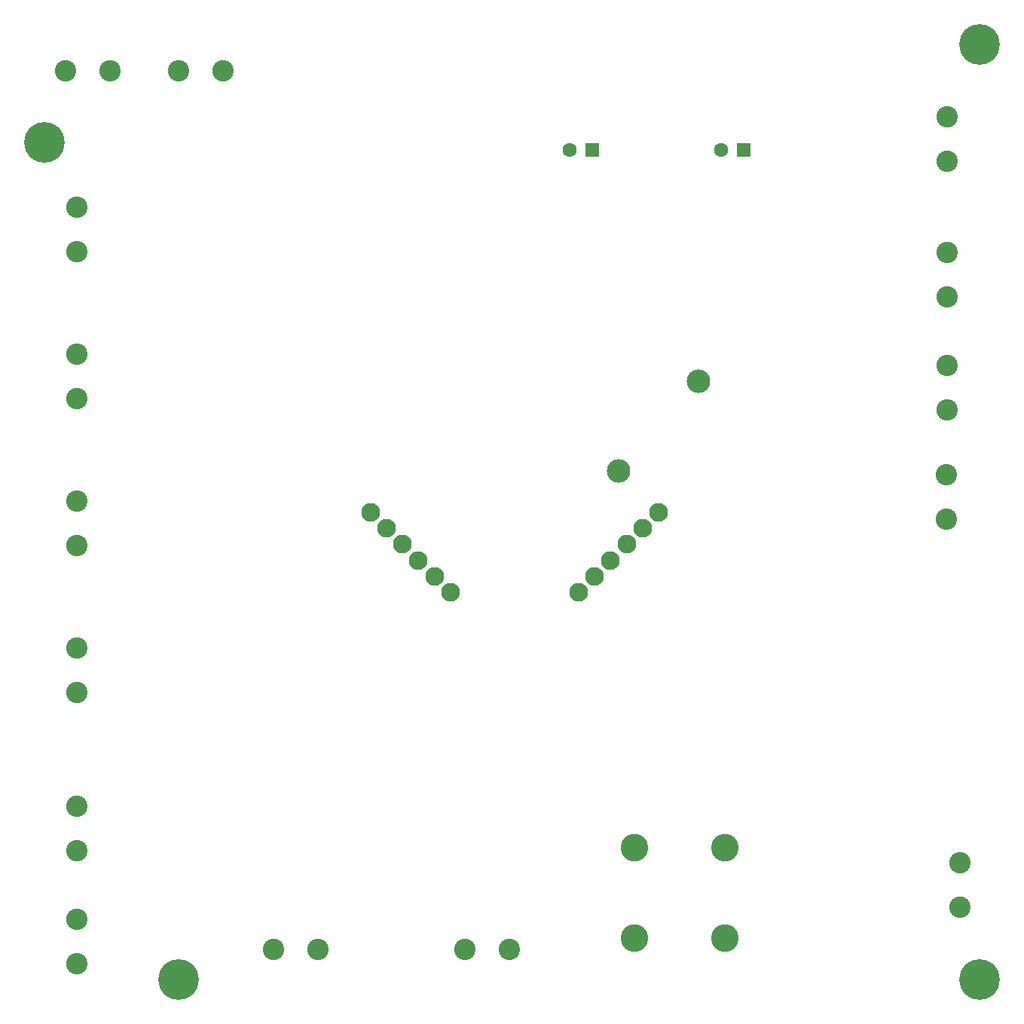
<source format=gbs>
G04*
G04 #@! TF.GenerationSoftware,Altium Limited,Altium Designer,21.6.4 (81)*
G04*
G04 Layer_Color=16711935*
%FSLAX25Y25*%
%MOIN*%
G70*
G04*
G04 #@! TF.SameCoordinates,042D30B8-6E37-4B2D-B353-5EAC6A6B4B5F*
G04*
G04*
G04 #@! TF.FilePolarity,Negative*
G04*
G01*
G75*
%ADD112C,0.09455*%
%ADD113C,0.08274*%
%ADD114C,0.12211*%
%ADD115C,0.10400*%
%ADD116C,0.17992*%
%ADD117C,0.06306*%
%ADD118R,0.06306X0.06306*%
D112*
X340000Y381457D02*
D03*
Y361772D02*
D03*
X345760Y51657D02*
D03*
Y31972D02*
D03*
X339760Y223157D02*
D03*
Y203472D02*
D03*
X340000Y301772D02*
D03*
Y321457D02*
D03*
Y251772D02*
D03*
Y271457D02*
D03*
X-45000Y126929D02*
D03*
Y146614D02*
D03*
Y56772D02*
D03*
Y76457D02*
D03*
Y26614D02*
D03*
Y6929D02*
D03*
Y341457D02*
D03*
Y321772D02*
D03*
Y211614D02*
D03*
Y191929D02*
D03*
X0Y401772D02*
D03*
X19685D02*
D03*
X-49843D02*
D03*
X-30157D02*
D03*
X126903Y13200D02*
D03*
X146588D02*
D03*
X42061D02*
D03*
X61746D02*
D03*
X-45000Y276457D02*
D03*
Y256772D02*
D03*
D113*
X212473Y206528D02*
D03*
X205402Y199457D02*
D03*
X198331Y192386D02*
D03*
X191260Y185315D02*
D03*
X184189Y178244D02*
D03*
X177118Y171173D02*
D03*
X85047Y206528D02*
D03*
X92118Y199457D02*
D03*
X99189Y192386D02*
D03*
X106260Y185315D02*
D03*
X113331Y178244D02*
D03*
X120402Y171173D02*
D03*
D114*
X201746Y18200D02*
D03*
X241746D02*
D03*
X201746Y58200D02*
D03*
X241746D02*
D03*
D115*
X194860Y225015D02*
D03*
X230260Y264615D02*
D03*
D116*
X0Y0D02*
D03*
X354331D02*
D03*
Y413386D02*
D03*
X-59055Y370079D02*
D03*
D117*
X173281Y366772D02*
D03*
X240000D02*
D03*
D118*
X183281D02*
D03*
X250000D02*
D03*
M02*

</source>
